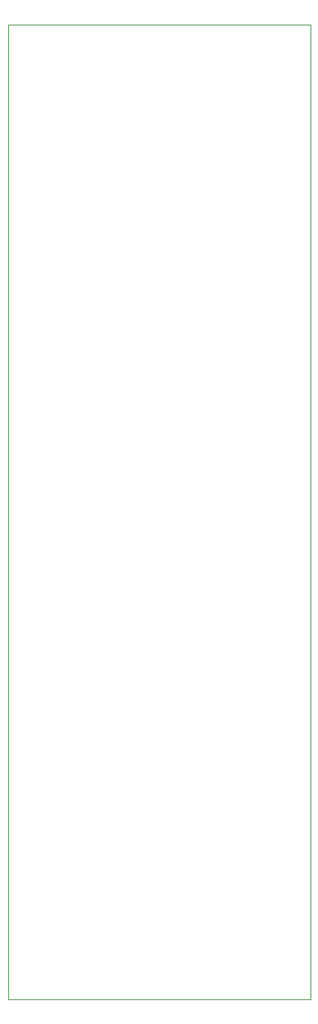
<source format=gbr>
%TF.GenerationSoftware,KiCad,Pcbnew,(6.0.0-0)*%
%TF.CreationDate,2022-11-10T22:51:01-05:00*%
%TF.ProjectId,VCA,5643412e-6b69-4636-9164-5f7063625858,rev?*%
%TF.SameCoordinates,Original*%
%TF.FileFunction,Profile,NP*%
%FSLAX46Y46*%
G04 Gerber Fmt 4.6, Leading zero omitted, Abs format (unit mm)*
G04 Created by KiCad (PCBNEW (6.0.0-0)) date 2022-11-10 22:51:01*
%MOMM*%
%LPD*%
G01*
G04 APERTURE LIST*
%TA.AperFunction,Profile*%
%ADD10C,0.100000*%
%TD*%
G04 APERTURE END LIST*
D10*
X105283000Y-36830000D02*
X139573000Y-36830000D01*
X139573000Y-36830000D02*
X139573000Y-147320000D01*
X139573000Y-147320000D02*
X105283000Y-147320000D01*
X105283000Y-147320000D02*
X105283000Y-36830000D01*
M02*

</source>
